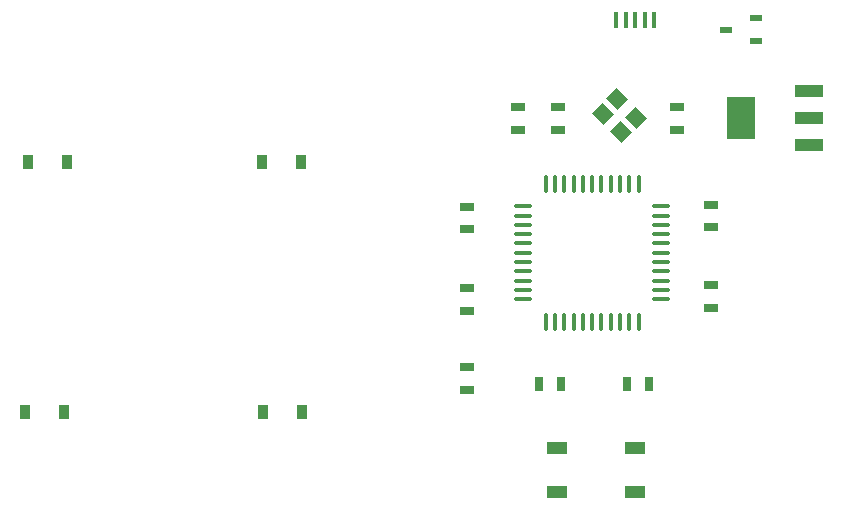
<source format=gbp>
G04*
G04 #@! TF.GenerationSoftware,Altium Limited,Altium Designer,21.2.0 (30)*
G04*
G04 Layer_Color=128*
%FSLAX25Y25*%
%MOIN*%
G70*
G04*
G04 #@! TF.SameCoordinates,0040915D-7402-430E-846D-5893D7272676*
G04*
G04*
G04 #@! TF.FilePolarity,Positive*
G04*
G01*
G75*
%ADD33R,0.09705X0.04134*%
%ADD34R,0.09705X0.13937*%
%ADD35R,0.04213X0.02362*%
%ADD36O,0.01181X0.06299*%
%ADD37O,0.06299X0.01181*%
G04:AMPARAMS|DCode=38|XSize=55.12mil|YSize=47.24mil|CornerRadius=0mil|HoleSize=0mil|Usage=FLASHONLY|Rotation=135.000|XOffset=0mil|YOffset=0mil|HoleType=Round|Shape=Rectangle|*
%AMROTATEDRECTD38*
4,1,4,0.03619,-0.00278,0.00278,-0.03619,-0.03619,0.00278,-0.00278,0.03619,0.03619,-0.00278,0.0*
%
%ADD38ROTATEDRECTD38*%

%ADD39R,0.06693X0.03937*%
%ADD40R,0.05100X0.02800*%
%ADD41R,0.01339X0.05512*%
%ADD42R,0.02800X0.05100*%
%ADD43R,0.03600X0.04800*%
D33*
X309675Y145276D02*
D03*
Y136221D02*
D03*
Y127165D02*
D03*
D34*
X287175Y136221D02*
D03*
D35*
X282145Y165748D02*
D03*
X291870Y162008D02*
D03*
Y169488D02*
D03*
D36*
X221902Y68301D02*
D03*
X225002D02*
D03*
X228102D02*
D03*
X231202D02*
D03*
X234302D02*
D03*
X237402D02*
D03*
X240502D02*
D03*
X243602D02*
D03*
X246702D02*
D03*
X249802D02*
D03*
X252902D02*
D03*
X249802Y114376D02*
D03*
X246702D02*
D03*
X243602D02*
D03*
X240502D02*
D03*
X237402D02*
D03*
X234302D02*
D03*
X231202D02*
D03*
X228102D02*
D03*
X225002D02*
D03*
X221902D02*
D03*
X252902D02*
D03*
D37*
X260439Y75839D02*
D03*
Y78939D02*
D03*
Y82039D02*
D03*
Y85139D02*
D03*
Y88239D02*
D03*
Y91339D02*
D03*
Y94439D02*
D03*
Y97539D02*
D03*
Y100639D02*
D03*
Y103739D02*
D03*
Y106839D02*
D03*
X214365D02*
D03*
Y103739D02*
D03*
Y100639D02*
D03*
Y97539D02*
D03*
Y94439D02*
D03*
Y91339D02*
D03*
Y88239D02*
D03*
Y85139D02*
D03*
Y82039D02*
D03*
Y78939D02*
D03*
Y75839D02*
D03*
D38*
X247153Y131580D02*
D03*
X241028Y137704D02*
D03*
X245761Y142437D02*
D03*
X251886Y136312D02*
D03*
D39*
X225591Y11618D02*
D03*
X251575Y11613D02*
D03*
X225591Y26183D02*
D03*
X251575D02*
D03*
D40*
X277165Y73022D02*
D03*
Y80522D02*
D03*
X195669Y53150D02*
D03*
Y45650D02*
D03*
X225984Y139784D02*
D03*
Y132283D02*
D03*
X265748Y139784D02*
D03*
Y132283D02*
D03*
X195669Y99213D02*
D03*
Y106713D02*
D03*
Y72047D02*
D03*
Y79547D02*
D03*
X277165Y99793D02*
D03*
Y107293D02*
D03*
X212598Y132283D02*
D03*
Y139784D02*
D03*
D41*
X258071Y168898D02*
D03*
X254921D02*
D03*
X251771D02*
D03*
X248622D02*
D03*
X245472D02*
D03*
D42*
X219685Y47638D02*
D03*
X227185D02*
D03*
X256506D02*
D03*
X249006D02*
D03*
D43*
X127408Y121654D02*
D03*
X140308D02*
D03*
X127802Y38189D02*
D03*
X140702D02*
D03*
X61417D02*
D03*
X48517D02*
D03*
X62356Y121654D02*
D03*
X49456D02*
D03*
M02*

</source>
